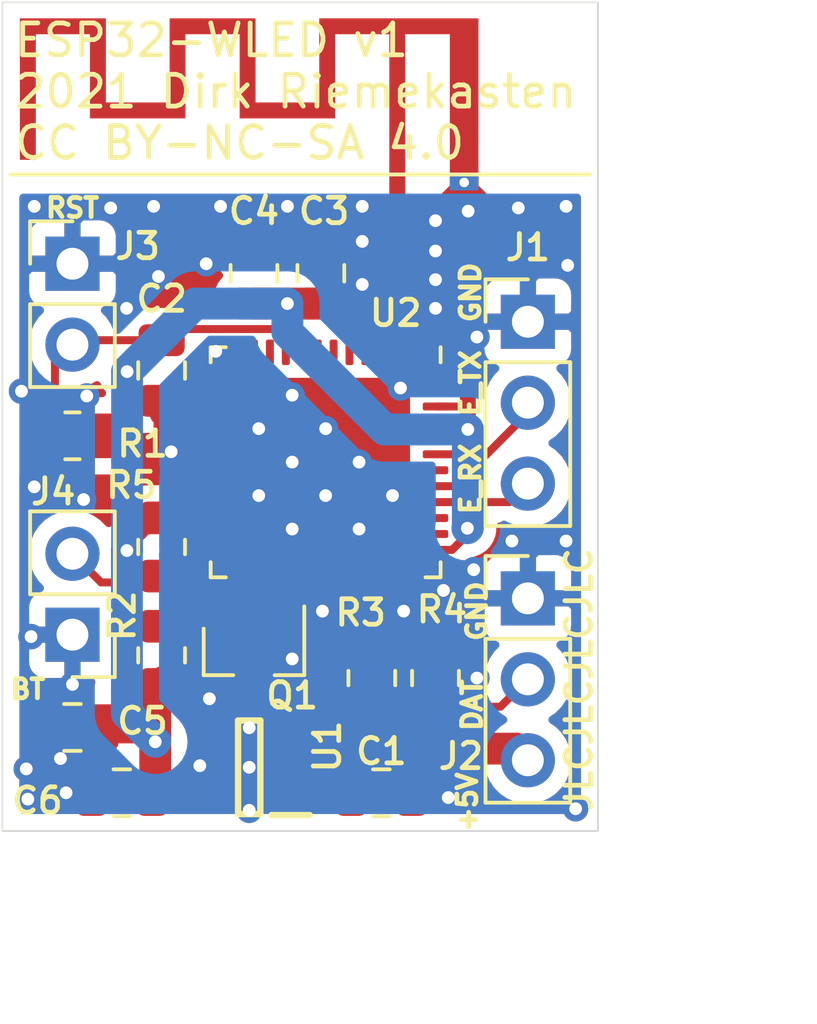
<source format=kicad_pcb>
(kicad_pcb (version 20211014) (generator pcbnew)
  (layers (0 "F.Cu" power) (31 "B.Cu" power) (34 "B.Paste" user) (35 "F.Paste" user) (36 "B.SilkS" user "B.Silkscreen") (37 "F.SilkS" user "F.Silkscreen") (38 "B.Mask" user) (39 "F.Mask" user) (44 "Edge.Cuts" user))
  (net 0 "")
  (net 1 "Net-(AE1-Pad1)")
  (net 2 "GND")
  (net 3 "/RST")
  (net 4 "+3V3")
  (net 5 "+5V")
  (net 6 "/ESP32_TXD")
  (net 7 "/ESP32_RXD")
  (net 8 "/BOOT")
  (net 9 "/LED_DATA")
  (net 10 "Net-(Q1-Pad2)")
  (net 11 "Net-(Q1-Pad3)")
  (footprint "RF_Antenna:Texas_SWRA117D_2.4GHz_Left" (layer "F.Cu") (at 117 50.75)
    (fp_text reference "AE1" hide)
    (fp_text value "Antenna_Shield" hide)
    (fp_poly (pts (xy -2.45 -2.51) (xy -4.45 -2.51) (xy -4.45 -5.15) (xy -7.15 -5.15) (xy -7.15 -2.51) (xy -9.15 -2.51) (xy -9.15 -5.15) (xy -11.85 -5.15) (xy -11.85 -0.71) (xy -11.35 -0.71) (xy -11.35 -4.65) (xy -9.65 -4.65) (xy -9.65 -2.01) (xy -6.65 -2.01) (xy -6.65 -4.65) (xy -4.95 -4.65) (xy -4.95 -2.01) (xy -1.95 -2.01) (xy -1.95 -4.65) (xy -0.25 -4.65) (xy -0.25 0.25) (xy 0.25 0.25) (xy 0.25 -4.65) (xy 1.65 -4.65) (xy 1.65 0.25) (xy 2.55 0.25) (xy 2.55 0.006785) (xy 2.247583 0.006785) (xy 2.237742 0.054395) (xy 2.213674 0.096797) (xy 2.175731 0.129581) (xy 2.167819 0.133935) (xy 2.125156 0.146043) (xy 2.076637 0.1453) (xy 2.031122 0.1324) (xy 2.012511 0.121787) (xy 1.978868 0.086553) (xy 1.958309 0.041368) (xy 1.951778 -0.008158) (xy 1.960218 -0.056417) (xy 1.977112 -0.088643) (xy 2.012372 -0.121313) (xy 2.057682 -0.141408) (xy 2.107267 -0.147982) (xy 2.155353 -0.140092) (xy 2.188245 -0.123186) (xy 2.223185 -0.086416) (xy 2.242847 -0.041622) (xy 2.247583 0.006785) (xy 2.55 0.006785) (xy 2.55 -5.15) (xy -2.45 -5.15) (xy -2.45 -2.51)) (layer "F.Cu") (width 0) (fill solid))
    (pad "1" connect rect locked (at 0 0) (size 0.5 0.5) (layers "F.Cu") (net 1 "Net-(AE1-Pad1)"))
    (pad "2" thru_hole rect locked (at 2.1 0) (size 0.9 0.5) (drill 0.3) (layers *.Cu) (net 2 "GND"))
  )
  (footprint "Capacitor_SMD:C_0805_2012Metric" (layer "F.Cu") (at 108.35 69.9 180)
    (fp_text reference "C6" (at 2.65 -0.25) (layer "F.SilkS") (effects (font (size 0.8 0.8))))
    (fp_text value "10µ" hide)
    (fp_line (start -0.261252 -0.735) (end 0.261252 -0.735) (layer "F.SilkS") (width 0.12))
    (fp_line (start -0.261252 0.735) (end 0.261252 0.735) (layer "F.SilkS") (width 0.12))
    (pad "1" smd roundrect locked (at -0.95 0 180) (size 1 1.45) (layers "F.Cu" "F.Paste" "F.Mask") (net 4 "+3V3"))
    (pad "2" smd roundrect locked (at 0.95 0 180) (size 1 1.45) (layers "F.Cu" "F.Paste" "F.Mask") (net 2 "GND"))
  )
  (footprint "Resistor_SMD:R_0805_2012Metric" (layer "F.Cu") (at 109.6 62.1875 -90)
    (fp_text reference "R5" (at -1.9375 0.95 180) (layer "F.SilkS") (effects (font (size 0.8 0.8))))
    (fp_text value "4k7" hide)
    (fp_line (start -0.227064 -0.735) (end 0.227064 -0.735) (layer "F.SilkS") (width 0.12))
    (fp_line (start -0.227064 0.735) (end 0.227064 0.735) (layer "F.SilkS") (width 0.12))
    (pad "1" smd roundrect locked (at -0.9125 0 270) (size 1.025 1.4) (layers "F.Cu" "F.Paste" "F.Mask") (roundrect_rratio 0.2439004878) (net 4 "+3V3"))
    (pad "2" smd roundrect locked (at 0.9125 0 270) (size 1.025 1.4) (layers "F.Cu" "F.Paste" "F.Mask") (roundrect_rratio 0.2439004878) (net 8 "/BOOT"))
  )
  (footprint "Package_DFN_QFN:QFN-48-1EP_7x7mm_P0.5mm_EP5.3x5.3mm" (layer "F.Cu") (at 114.75 59.53 -90)
    (fp_text reference "U2" (at -4.68 -2.2 180) (layer "F.SilkS") (effects (font (size 0.8 0.8))))
    (fp_text value "ESP32-PICO-D4" hide)
    (fp_line (start -3.61 3.61) (end -3.61 3.135) (layer "F.SilkS") (width 0.12))
    (fp_line (start -3.135 3.61) (end -3.61 3.61) (layer "F.SilkS") (width 0.12))
    (fp_line (start -3.135 -3.61) (end -3.61 -3.61) (layer "F.SilkS") (width 0.12))
    (fp_line (start 3.135 3.61) (end 3.61 3.61) (layer "F.SilkS") (width 0.12))
    (fp_line (start 3.61 3.61) (end 3.61 3.135) (layer "F.SilkS") (width 0.12))
    (fp_line (start 3.61 -3.61) (end 3.61 -3.135) (layer "F.SilkS") (width 0.12))
    (fp_line (start 3.135 -3.61) (end 3.61 -3.61) (layer "F.SilkS") (width 0.12))
    (pad "1" smd roundrect locked (at -3.45 -2.75 270) (size 0.8 0.25) (layers "F.Cu" "F.Paste" "F.Mask") (net 4 "+3V3"))
    (pad "2" smd roundrect locked (at -3.45 -2.25 270) (size 0.8 0.25) (layers "F.Cu" "F.Paste" "F.Mask") (net 1 "Net-(AE1-Pad1)"))
    (pad "3" smd roundrect locked (at -3.45 -1.75 270) (size 0.8 0.25) (layers "F.Cu" "F.Paste" "F.Mask") (net 4 "+3V3"))
    (pad "4" smd roundrect locked (at -3.45 -1.25 270) (size 0.8 0.25) (layers "F.Cu" "F.Paste" "F.Mask") (net 4 "+3V3"))
    (pad "5" smd roundrect locked (at -3.45 -0.75 270) (size 0.8 0.25) (layers "F.Cu" "F.Paste" "F.Mask"))
    (pad "6" smd roundrect locked (at -3.45 -0.25 270) (size 0.8 0.25) (layers "F.Cu" "F.Paste" "F.Mask"))
    (pad "7" smd roundrect locked (at -3.45 0.25 270) (size 0.8 0.25) (layers "F.Cu" "F.Paste" "F.Mask"))
    (pad "8" smd roundrect locked (at -3.45 0.75 270) (size 0.8 0.25) (layers "F.Cu" "F.Paste" "F.Mask"))
    (pad "9" smd roundrect locked (at -3.45 1.25 270) (size 0.8 0.25) (layers "F.Cu" "F.Paste" "F.Mask") (net 3 "/RST"))
    (pad "10" smd roundrect locked (at -3.45 1.75 270) (size 0.8 0.25) (layers "F.Cu" "F.Paste" "F.Mask"))
    (pad "11" smd roundrect locked (at -3.45 2.25 270) (size 0.8 0.25) (layers "F.Cu" "F.Paste" "F.Mask"))
    (pad "12" smd roundrect locked (at -3.45 2.75 270) (size 0.8 0.25) (layers "F.Cu" "F.Paste" "F.Mask"))
    (pad "13" smd roundrect locked (at -2.75 3.45 270) (size 0.25 0.8) (layers "F.Cu" "F.Paste" "F.Mask"))
    (pad "14" smd roundrect locked (at -2.25 3.45 270) (size 0.25 0.8) (layers "F.Cu" "F.Paste" "F.Mask"))
    (pad "15" smd roundrect locked (at -1.75 3.45 270) (size 0.25 0.8) (layers "F.Cu" "F.Paste" "F.Mask"))
    (pad "16" smd roundrect locked (at -1.25 3.45 270) (size 0.25 0.8) (layers "F.Cu" "F.Paste" "F.Mask"))
    (pad "17" smd roundrect locked (at -0.75 3.45 270) (size 0.25 0.8) (layers "F.Cu" "F.Paste" "F.Mask"))
    (pad "18" smd roundrect locked (at -0.25 3.45 270) (size 0.25 0.8) (layers "F.Cu" "F.Paste" "F.Mask"))
    (pad "19" smd roundrect locked (at 0.25 3.45 270) (size 0.25 0.8) (layers "F.Cu" "F.Paste" "F.Mask") (net 4 "+3V3"))
    (pad "20" smd roundrect locked (at 0.75 3.45 270) (size 0.25 0.8) (layers "F.Cu" "F.Paste" "F.Mask"))
    (pad "21" smd roundrect locked (at 1.25 3.45 270) (size 0.25 0.8) (layers "F.Cu" "F.Paste" "F.Mask"))
    (pad "22" smd roundrect locked (at 1.75 3.45 270) (size 0.25 0.8) (layers "F.Cu" "F.Paste" "F.Mask"))
    (pad "23" smd roundrect locked (at 2.25 3.45 270) (size 0.25 0.8) (layers "F.Cu" "F.Paste" "F.Mask") (net 8 "/BOOT"))
    (pad "24" smd roundrect locked (at 2.75 3.45 270) (size 0.25 0.8) (layers "F.Cu" "F.Paste" "F.Mask") (net 10 "Net-(Q1-Pad2)"))
    (pad "25" smd roundrect locked (at 3.45 2.75 270) (size 0.8 0.25) (layers "F.Cu" "F.Paste" "F.Mask"))
    (pad "26" smd roundrect locked (at 3.45 2.25 270) (size 0.8 0.25) (layers "F.Cu" "F.Paste" "F.Mask"))
    (pad "27" smd roundrect locked (at 3.45 1.75 270) (size 0.8 0.25) (layers "F.Cu" "F.Paste" "F.Mask"))
    (pad "28" smd roundrect locked (at 3.45 1.25 270) (size 0.8 0.25) (layers "F.Cu" "F.Paste" "F.Mask"))
    (pad "29" smd roundrect locked (at 3.45 0.75 270) (size 0.8 0.25) (layers "F.Cu" "F.Paste" "F.Mask"))
    (pad "30" smd roundrect locked (at 3.45 0.25 270) (size 0.8 0.25) (layers "F.Cu" "F.Paste" "F.Mask"))
    (pad "31" smd roundrect locked (at 3.45 -0.25 270) (size 0.8 0.25) (layers "F.Cu" "F.Paste" "F.Mask"))
    (pad "32" smd roundrect locked (at 3.45 -0.75 270) (size 0.8 0.25) (layers "F.Cu" "F.Paste" "F.Mask"))
    (pad "33" smd roundrect locked (at 3.45 -1.25 270) (size 0.8 0.25) (layers "F.Cu" "F.Paste" "F.Mask"))
    (pad "34" smd roundrect locked (at 3.45 -1.75 270) (size 0.8 0.25) (layers "F.Cu" "F.Paste" "F.Mask"))
    (pad "35" smd roundrect locked (at 3.45 -2.25 270) (size 0.8 0.25) (layers "F.Cu" "F.Paste" "F.Mask"))
    (pad "36" smd roundrect locked (at 3.45 -2.75 270) (size 0.8 0.25) (layers "F.Cu" "F.Paste" "F.Mask"))
    (pad "37" smd roundrect locked (at 2.75 -3.45 270) (size 0.25 0.8) (layers "F.Cu" "F.Paste" "F.Mask") (net 4 "+3V3"))
    (pad "38" smd roundrect locked (at 2.25 -3.45 270) (size 0.25 0.8) (layers "F.Cu" "F.Paste" "F.Mask"))
    (pad "39" smd roundrect locked (at 1.75 -3.45 270) (size 0.25 0.8) (layers "F.Cu" "F.Paste" "F.Mask"))
    (pad "40" smd roundrect locked (at 1.25 -3.45 270) (size 0.25 0.8) (layers "F.Cu" "F.Paste" "F.Mask") (net 7 "/ESP32_RXD"))
    (pad "41" smd roundrect locked (at 0.75 -3.45 270) (size 0.25 0.8) (layers "F.Cu" "F.Paste" "F.Mask") (net 6 "/ESP32_TXD"))
    (pad "42" smd roundrect locked (at 0.25 -3.45 270) (size 0.25 0.8) (layers "F.Cu" "F.Paste" "F.Mask"))
    (pad "43" smd roundrect locked (at -0.25 -3.45 270) (size 0.25 0.8) (layers "F.Cu" "F.Paste" "F.Mask") (net 4 "+3V3"))
    (pad "44" smd roundrect locked (at -0.75 -3.45 270) (size 0.25 0.8) (layers "F.Cu" "F.Paste" "F.Mask"))
    (pad "45" smd roundrect locked (at -1.25 -3.45 270) (size 0.25 0.8) (layers "F.Cu" "F.Paste" "F.Mask"))
    (pad "46" smd roundrect locked (at -1.75 -3.45 270) (size 0.25 0.8) (layers "F.Cu" "F.Paste" "F.Mask") (net 4 "+3V3"))
    (pad "47" smd roundrect locked (at -2.25 -3.45 270) (size 0.25 0.8) (layers "F.Cu" "F.Paste" "F.Mask"))
    (pad "48" smd roundrect locked (at -2.75 -3.45 270) (size 0.25 0.8) (layers "F.Cu" "F.Paste" "F.Mask"))
    (pad "49" smd rect locked (at 0 0 270) (size 5.3 5.3) (layers "F.Cu" "F.Mask") (net 2 "GND"))
  )
  (footprint "Resistor_SMD:R_0805_2012Metric" (layer "F.Cu") (at 109.6 65.5875 90)
    (fp_text reference "R2" (at 1.2375 -1.25 90) (layer "F.SilkS") (effects (font (size 0.8 0.8))))
    (fp_text value "4k7" hide)
    (fp_line (start -0.227064 -0.735) (end 0.227064 -0.735) (layer "F.SilkS") (width 0.12))
    (fp_line (start -0.227064 0.735) (end 0.227064 0.735) (layer "F.SilkS") (width 0.12))
    (pad "1" smd roundrect locked (at -0.9125 0 90) (size 1.025 1.4) (layers "F.Cu" "F.Paste" "F.Mask") (roundrect_rratio 0.2439004878) (net 4 "+3V3"))
    (pad "2" smd roundrect locked (at 0.9125 0 90) (size 1.025 1.4) (layers "F.Cu" "F.Paste" "F.Mask") (roundrect_rratio 0.2439004878) (net 10 "Net-(Q1-Pad2)"))
  )
  (footprint "Connector_PinHeader_2.54mm:PinHeader_1x02_P2.54mm_Vertical" (layer "F.Cu") (at 106.8 53.3)
    (fp_text reference "J3" (at 2.05 -0.55) (layer "F.SilkS") (effects (font (size 0.8 0.8))))
    (fp_text value "SW_Push" hide)
    (fp_line (start -1.33 3.87) (end 1.33 3.87) (layer "F.SilkS") (width 0.12))
    (fp_line (start -1.33 1.27) (end -1.33 3.87) (layer "F.SilkS") (width 0.12))
    (fp_line (start -1.33 1.27) (end 1.33 1.27) (layer "F.SilkS") (width 0.12))
    (fp_line (start -1.33 -1.33) (end 0 -1.33) (layer "F.SilkS") (width 0.12))
    (fp_line (start -1.33 0) (end -1.33 -1.33) (layer "F.SilkS") (width 0.12))
    (fp_line (start 1.33 1.27) (end 1.33 3.87) (layer "F.SilkS") (width 0.12))
    (pad "1" thru_hole rect locked (at 0 0) (size 1.7 1.7) (drill 1) (layers *.Cu *.Mask) (net 2 "GND"))
    (pad "2" thru_hole oval locked (at 0 2.54) (size 1.7 1.7) (drill 1) (layers *.Cu *.Mask) (net 3 "/RST"))
  )
  (footprint "Capacitor_SMD:C_0805_2012Metric" (layer "F.Cu") (at 106.8 67.85 180)
    (fp_text reference "C5" (at -2.2 0.2) (layer "F.SilkS") (effects (font (size 0.8 0.8))))
    (fp_text value "1µ" hide)
    (fp_line (start -0.261252 -0.735) (end 0.261252 -0.735) (layer "F.SilkS") (width 0.12))
    (fp_line (start -0.261252 0.735) (end 0.261252 0.735) (layer "F.SilkS") (width 0.12))
    (pad "1" smd roundrect locked (at -0.95 0 180) (size 1 1.45) (layers "F.Cu" "F.Paste" "F.Mask") (net 4 "+3V3"))
    (pad "2" smd roundrect locked (at 0.95 0 180) (size 1 1.45) (layers "F.Cu" "F.Paste" "F.Mask") (net 2 "GND"))
  )
  (footprint "Capacitor_SMD:C_0805_2012Metric" (layer "F.Cu") (at 114.6 53.6 90)
    (fp_text reference "C3" (at 1.95 0.1) (layer "F.SilkS") (effects (font (size 0.8 0.8))))
    (fp_text value "10µ" hide)
    (fp_line (start -0.261252 -0.735) (end 0.261252 -0.735) (layer "F.SilkS") (width 0.12))
    (fp_line (start -0.261252 0.735) (end 0.261252 0.735) (layer "F.SilkS") (width 0.12))
    (pad "1" smd roundrect locked (at -0.95 0 90) (size 1 1.45) (layers "F.Cu" "F.Paste" "F.Mask") (net 4 "+3V3"))
    (pad "2" smd roundrect locked (at 0.95 0 90) (size 1 1.45) (layers "F.Cu" "F.Paste" "F.Mask") (net 2 "GND"))
  )
  (footprint "footprints:SOT95P282X145-5N" (layer "F.Cu") (at 112.35 69.1 180)
    (fp_text reference "U1" (at -2.45 0.65 270) (layer "F.SilkS") (effects (font (size 0.8 0.8))))
    (fp_text value "ME6211C33M5G" hide)
    (fp_line (start 0.35 -1.468) (end 0.35 1.468) (layer "F.SilkS") (width 0.2))
    (fp_line (start 0.35 1.468) (end -0.35 1.468) (layer "F.SilkS") (width 0.2))
    (fp_line (start -0.35 1.468) (end -0.35 -1.468) (layer "F.SilkS") (width 0.2))
    (fp_line (start -1.9 -1.5) (end -0.7 -1.5) (layer "F.SilkS") (width 0.2))
    (fp_line (start -0.35 -1.468) (end 0.35 -1.468) (layer "F.SilkS") (width 0.2))
    (pad "1" smd rect locked (at -1.3 -0.95 270) (size 0.6 1.2) (layers "F.Cu" "F.Paste" "F.Mask") (net 5 "+5V"))
    (pad "2" smd rect locked (at -1.3 0 270) (size 0.6 1.2) (layers "F.Cu" "F.Paste" "F.Mask") (net 2 "GND"))
    (pad "3" smd rect locked (at -1.3 0.95 270) (size 0.6 1.2) (layers "F.Cu" "F.Paste" "F.Mask") (net 5 "+5V"))
    (pad "4" smd rect locked (at 1.3 0.95 270) (size 0.6 1.2) (layers "F.Cu" "F.Paste" "F.Mask"))
    (pad "5" smd rect locked (at 1.3 -0.95 270) (size 0.6 1.2) (layers "F.Cu" "F.Paste" "F.Mask") (net 4 "+3V3"))
  )
  (footprint "Resistor_SMD:R_0805_2012Metric" (layer "F.Cu") (at 106.8 58.7 180)
    (fp_text reference "R1" (at -2.2 -0.25 180) (layer "F.SilkS") (effects (font (size 0.8 0.8))))
    (fp_text value "4k7" hide)
    (fp_line (start -0.227064 -0.735) (end 0.227064 -0.735) (layer "F.SilkS") (width 0.12))
    (fp_line (start -0.227064 0.735) (end 0.227064 0.735) (layer "F.SilkS") (width 0.12))
    (pad "1" smd roundrect locked (at -0.9125 0 180) (size 1.025 1.4) (layers "F.Cu" "F.Paste" "F.Mask") (roundrect_rratio 0.2439004878) (net 4 "+3V3"))
    (pad "2" smd roundrect locked (at 0.9125 0 180) (size 1.025 1.4) (layers "F.Cu" "F.Paste" "F.Mask") (roundrect_rratio 0.2439004878) (net 3 "/RST"))
  )
  (footprint "Connector_PinHeader_2.54mm:PinHeader_1x02_P2.54mm_Vertical" (layer "F.Cu") (at 106.8 64.94 180)
    (fp_text reference "J4" (at 0.6 4.49) (layer "F.SilkS") (effects (font (size 0.8 0.8))))
    (fp_text value "SW_Push" hide)
    (fp_line (start 1.33 1.27) (end 1.33 3.87) (layer "F.SilkS") (width 0.12))
    (fp_line (start -1.33 1.27) (end -1.33 3.87) (layer "F.SilkS") (width 0.12))
    (fp_line (start -1.33 1.27) (end 1.33 1.27) (layer "F.SilkS") (width 0.12))
    (fp_line (start -1.33 0) (end -1.33 -1.33) (layer "F.SilkS") (width 0.12))
    (fp_line (start -1.33 -1.33) (end 0 -1.33) (layer "F.SilkS") (width 0.12))
    (fp_line (start -1.33 3.87) (end 1.33 3.87) (layer "F.SilkS") (width 0.12))
    (pad "1" thru_hole rect locked (at 0 0 180) (size 1.7 1.7) (drill 1) (layers *.Cu *.Mask) (net 2 "GND"))
    (pad "2" thru_hole oval locked (at 0 2.54 180) (size 1.7 1.7) (drill 1) (layers *.Cu *.Mask) (net 8 "/BOOT"))
  )
  (footprint "Resistor_SMD:R_0805_2012Metric" (layer "F.Cu") (at 116.2 66.3 90)
    (fp_text reference "R3" (at 2.05 -0.35 180) (layer "F.SilkS") (effects (font (size 0.8 0.8))))
    (fp_text value "4k7" hide)
    (fp_line (start -0.227064 -0.735) (end 0.227064 -0.735) (layer "F.SilkS") (width 0.12))
    (fp_line (start -0.227064 0.735) (end 0.227064 0.735) (layer "F.SilkS") (width 0.12))
    (pad "1" smd roundrect locked (at -0.9125 0 90) (size 1.025 1.4) (layers "F.Cu" "F.Paste" "F.Mask") (roundrect_rratio 0.2439004878) (net 5 "+5V"))
    (pad "2" smd roundrect locked (at 0.9125 0 90) (size 1.025 1.4) (layers "F.Cu" "F.Paste" "F.Mask") (roundrect_rratio 0.2439004878) (net 11 "Net-(Q1-Pad3)"))
  )
  (footprint "Capacitor_SMD:C_0805_2012Metric" (layer "F.Cu") (at 116.5 69.9)
    (fp_text reference "C1" (at 0 -1.3) (layer "F.SilkS") (effects (font (size 0.8 0.8))))
    (fp_text value "1µ" hide)
    (fp_line (start -0.261252 0.735) (end 0.261252 0.735) (layer "F.SilkS") (width 0.12))
    (fp_line (start -0.261252 -0.735) (end 0.261252 -0.735) (layer "F.SilkS") (width 0.12))
    (pad "1" smd roundrect locked (at -0.95 0) (size 1 1.45) (layers "F.Cu" "F.Paste" "F.Mask") (net 5 "+5V"))
    (pad "2" smd roundrect locked (at 0.95 0) (size 1 1.45) (layers "F.Cu" "F.Paste" "F.Mask") (net 2 "GND"))
  )
  (footprint "Package_TO_SOT_SMD:SOT-23" (layer "F.Cu") (at 112.5 65.45 -90)
    (fp_text reference "Q1" (at 1.4 -1.2) (layer "F.SilkS") (effects (font (size 0.8 0.8))))
    (fp_text value "BS170F" hide)
    (fp_line (start 0.76 1.58) (end -0.7 1.58) (layer "F.SilkS") (width 0.12))
    (fp_line (start 0.76 1.58) (end 0.76 0.65) (layer "F.SilkS") (width 0.12))
    (fp_line (start 0.76 -1.58) (end 0.76 -0.65) (layer "F.SilkS") (width 0.12))
    (fp_line (start 0.76 -1.58) (end -1.4 -1.58) (layer "F.SilkS") (width 0.12))
    (pad "1" smd rect locked (at -1 -0.95 270) (size 0.9 0.8) (layers "F.Cu" "F.Paste" "F.Mask") (net 4 "+3V3"))
    (pad "2" smd rect locked (at -1 0.95 270) (size 0.9 0.8) (layers "F.Cu" "F.Paste" "F.Mask") (net 10 "Net-(Q1-Pad2)"))
    (pad "3" smd rect locked (at 1 0 270) (size 0.9 0.8) (layers "F.Cu" "F.Paste" "F.Mask") (net 11 "Net-(Q1-Pad3)"))
  )
  (footprint "Resistor_SMD:R_0805_2012Metric" (layer "F.Cu") (at 118.2 66.3 90)
    (fp_text reference "R4" (at 2.15 0.2 180) (layer "F.SilkS") (effects (font (size 0.8 0.8))))
    (fp_text value "10R" hide)
    (fp_line (start -0.227064 -0.735) (end 0.227064 -0.735) (layer "F.SilkS") (width 0.12))
    (fp_line (start -0.227064 0.735) (end 0.227064 0.735) (layer "F.SilkS") (width 0.12))
    (pad "1" smd roundrect locked (at -0.9125 0 90) (size 1.025 1.4) (layers "F.Cu" "F.Paste" "F.Mask") (roundrect_rratio 0.2439014634) (net 9 "/LED_DATA"))
    (pad "2" smd roundrect locked (at 0.9125 0 90) (size 1.025 1.4) (layers "F.Cu" "F.Paste" "F.Mask") (roundrect_rratio 0.2439014634) (net 11 "Net-(Q1-Pad3)"))
  )
  (footprint "Capacitor_SMD:C_0805_2012Metric" (layer "F.Cu") (at 109.6 56.65 -90)
    (fp_text reference "C2" (at -2.25 0) (layer "F.SilkS") (effects (font (size 0.8 0.8))))
    (fp_text value "100n" hide)
    (fp_line (start -0.261252 -0.735) (end 0.261252 -0.735) (layer "F.SilkS") (width 0.12))
    (fp_line (start -0.261252 0.735) (end 0.261252 0.735) (layer "F.SilkS") (width 0.12))
    (pad "1" smd roundrect locked (at -0.95 0 270) (size 1 1.45) (layers "F.Cu" "F.Paste" "F.Mask") (net 3 "/RST"))
    (pad "2" smd roundrect locked (at 0.95 0 270) (size 1 1.45) (layers "F.Cu" "F.Paste" "F.Mask") (net 2 "GND"))
  )
  (footprint "Connector_PinHeader_2.54mm:PinHeader_1x03_P2.54mm_Vertical" (layer "F.Cu") (at 121.1 63.8)
    (fp_text reference "J2" (at -2.1 4.95 180) (layer "F.SilkS") (effects (font (size 0.8 0.8))))
    (fp_text value "Conn_01x03_Male" hide)
    (fp_line (start -1.33 1.27) (end -1.33 6.41) (layer "F.SilkS") (width 0.12))
    (fp_line (start -1.33 1.27) (end 1.33 1.27) (layer "F.SilkS") (width 0.12))
    (fp_line (start -1.33 6.41) (end 1.33 6.41) (layer "F.SilkS") (width 0.12))
    (fp_line (start -1.33 0) (end -1.33 -1.33) (layer "F.SilkS") (width 0.12))
    (fp_line (start -1.33 -1.33) (end 0 -1.33) (layer "F.SilkS") (width 0.12))
    (fp_line (start 1.33 1.27) (end 1.33 6.41) (layer "F.SilkS") (width 0.12))
    (pad "1" thru_hole rect locked (at 0 0) (size 1.7 1.7) (drill 1) (layers *.Cu *.Mask) (net 2 "GND"))
    (pad "2" thru_hole oval locked (at 0 2.54) (size 1.7 1.7) (drill 1) (layers *.Cu *.Mask) (net 9 "/LED_DATA"))
    (pad "3" thru_hole oval locked (at 0 5.08) (size 1.7 1.7) (drill 1) (layers *.Cu *.Mask) (net 5 "+5V"))
  )
  (footprint "Capacitor_SMD:C_0805_2012Metric" (layer "F.Cu") (at 112.5 53.6 90)
    (fp_text reference "C4" (at 1.95 0) (layer "F.SilkS") (effects (font (size 0.8 0.8))))
    (fp_text value "100n" hide)
    (fp_line (start -0.261252 -0.735) (end 0.261252 -0.735) (layer "F.SilkS") (width 0.12))
    (fp_line (start -0.261252 0.735) (end 0.261252 0.735) (layer "F.SilkS") (width 0.12))
    (pad "1" smd roundrect locked (at -0.95 0 90) (size 1 1.45) (layers "F.Cu" "F.Paste" "F.Mask") (net 4 "+3V3"))
    (pad "2" smd roundrect locked (at 0.95 0 90) (size 1 1.45) (layers "F.Cu" "F.Paste" "F.Mask") (net 2 "GND"))
  )
  (footprint "Connector_PinHeader_2.54mm:PinHeader_1x03_P2.54mm_Vertical" (layer "F.Cu") (at 121.1 55.12)
    (fp_text reference "J1" (at 0 -2.33) (layer "F.SilkS") (effects (font (size 0.8 0.8))))
    (fp_text value "Conn_01x03_Male" hide)
    (fp_line (start -1.33 -1.33) (end 0 -1.33) (layer "F.SilkS") (width 0.12))
    (fp_line (start 1.33 1.27) (end 1.33 6.41) (layer "F.SilkS") (width 0.12))
    (fp_line (start -1.33 6.41) (end 1.33 6.41) (layer "F.SilkS") (width 0.12))
    (fp_line (start -1.33 0) (end -1.33 -1.33) (layer "F.SilkS") (width 0.12))
    (fp_line (start -1.33 1.27) (end 1.33 1.27) (layer "F.SilkS") (width 0.12))
    (fp_line (start -1.33 1.27) (end -1.33 6.41) (layer "F.SilkS") (width 0.12))
    (pad "1" thru_hole rect locked (at 0 0) (size 1.7 1.7) (drill 1) (layers *.Cu *.Mask) (net 2 "GND"))
    (pad "2" thru_hole oval locked (at 0 2.54) (size 1.7 1.7) (drill 1) (layers *.Cu *.Mask) (net 6 "/ESP32_TXD"))
    (pad "3" thru_hole oval locked (at 0 5.08) (size 1.7 1.7) (drill 1) (layers *.Cu *.Mask) (net 7 "/ESP32_RXD"))
  )
  (gr_line (start 104.85 50.5) (end 123.05 50.5) (layer "F.SilkS") (width 0.12))
  (gr_line (start 104.6 71.1) (end 104.6 45.1) (layer "Edge.Cuts") (width 0.05))
  (gr_line (start 123.3 71.1) (end 104.6 71.1) (layer "Edge.Cuts") (width 0.05))
  (gr_line (start 123.3 45.1) (end 123.3 71.1) (layer "Edge.Cuts") (width 0.05))
  (gr_line (start 104.6 45.1) (end 123.3 45.1) (layer "Edge.Cuts") (width 0.05))
  (gr_text "BT" (at 105.4 66.65) (layer "F.SilkS") (effects (font (size 0.6 0.6))))
  (gr_text "E_TX" (at 119.3 57.05 90) (layer "F.SilkS") (effects (font (size 0.6 0.6))))
  (gr_text "E_RX" (at 119.3 60.05 90) (layer "F.SilkS") (effects (font (size 0.6 0.6))))
  (gr_text "GND" (at 119.3 54.2 90) (layer "F.SilkS") (effects (font (size 0.6 0.6))))
  (gr_text "GND" (at 119.5 64.2 90) (layer "F.SilkS") (effects (font (size 0.6 0.6))))
  (gr_text "DAT" (at 119.35 67.15 90) (layer "F.SilkS") (effects (font (size 0.6 0.6))))
  (gr_text "+5V" (at 119.2 70.2 90) (layer "F.SilkS") (effects (font (size 0.6 0.6))))
  (gr_text "JLCJLCJLCJLC" (at 122.7 66.35 90) (layer "F.SilkS") (effects (font (size 0.8 0.8))))
  (gr_text "RST" (at 106.8 51.55) (layer "F.SilkS") (effects (font (size 0.6 0.6))))
  (gr_text "ESP32-WLED v1\n2021 Dirk Riemekasten\nCC BY-NC-SA 4.0" (at 104.9 47.9) (layer "F.SilkS") (effects (font (size 1 1)) (justify left)))
  (segment (start 117 55.25) (end 117 56.08) (width 0.375) (layer "F.Cu") (net 1))
  (segment (start 117 50.25) (end 117 55.1) (width 0.5) (layer "F.Cu") (net 1))
  (segment (start 120 51.4) (end 120 51.4) (width 0.5) (layer "F.Cu") (net 2))
  (segment (start 111.44019 66.95) (end 111.099998 66.95) (width 0.5) (layer "F.Cu") (net 2))
  (segment (start 119.25 50.9) (end 119.65 51.3) (width 0.5) (layer "F.Cu") (net 2))
  (segment (start 106.800001 57.899999) (end 107.25 57.45) (width 0.25) (layer "F.Cu") (net 2))
  (segment (start 110.4 54.55) (end 110.1 54.55) (width 0.25) (layer "F.Cu") (net 2))
  (segment (start 112.35 67.85981) (end 111.44019 66.95) (width 0.5) (layer "F.Cu") (net 2))
  (segment (start 115.95 53.75) (end 115.95 51.55) (width 0.75) (layer "F.Cu") (net 2))
  (segment (start 105.85 67.85) (end 106.55 68.55) (width 1) (layer "F.Cu") (net 2))
  (segment (start 106.55 69.3) (end 106.61499 69.23501) (width 1) (layer "F.Cu") (net 2))
  (segment (start 112.3 69.05) (end 112.35 69.1) (width 0.5) (layer "F.Cu") (net 2))
  (segment (start 112.35 69.1) (end 112.35 67.96962) (width 0.75) (layer "F.Cu") (net 2))
  (segment (start 115.95 51.55) (end 115.9 51.5) (width 0.75) (layer "F.Cu") (net 2))
  (segment (start 109.6 57.411768) (end 110.961768 56.05) (width 0.5) (layer "F.Cu") (net 2))
  (segment (start 106.800001 60.300001) (end 106.800001 57.899999) (width 0.25) (layer "F.Cu") (net 2))
  (segment (start 119.25 51.35) (end 120.15 51.35) (width 0.5) (layer "F.Cu") (net 2))
  (segment (start 106.55 68.55) (end 106.55 69.3) (width 1) (layer "F.Cu") (net 2))
  (segment (start 118.6 51.4) (end 119.1 51.4) (width 0.5) (layer "F.Cu") (net 2))
  (segment (start 118.05 51.35) (end 118.65 51.35) (width 0.5) (layer "F.Cu") (net 2))
  (segment (start 119.5 51.15) (end 119.1 51.15) (width 0.5) (layer "F.Cu") (net 2))
  (segment (start 110.8 69.05) (end 112.3 69.05) (width 0.5) (layer "F.Cu") (net 2))
  (segment (start 118.6 51.4) (end 118.6 51.25) (width 0.5) (layer "F.Cu") (net 2))
  (segment (start 109.6 58) (end 109.6 57.8) (width 0.75) (layer "F.Cu") (net 2))
  (segment (start 112.35 69.1) (end 112.35 70.45) (width 0.75) (layer "F.Cu") (net 2))
  (segment (start 107.4 69.4) (end 107.4 69.9) (width 1) (layer "F.Cu") (net 2))
  (segment (start 107.23501 69.23501) (end 107.4 69.4) (width 1) (layer "F.Cu") (net 2))
  (segment (start 106.61499 69.23501) (end 107.23501 69.23501) (width 1) (layer "F.Cu") (net 2))
  (segment (start 107.2 60.7) (end 106.800001 60.300001) (width 0.25) (layer "F.Cu") (net 2))
  (segment (start 109.6 57.6) (end 109.6 57.411768) (width 0.5) (layer "F.Cu") (net 2))
  (segment (start 118.6 51.25) (end 119.1 50.75) (width 0.5) (layer "F.Cu") (net 2))
  (segment (start 110.961768 56.05) (end 111.3 56.05) (width 0.5) (layer "F.Cu") (net 2))
  (segment (start 112.35 69.1) (end 113.65 69.1) (width 0.75) (layer "F.Cu") (net 2))
  (via (at 105.2 57.3) (size 0.8) (drill 0.4) (layers "F.Cu" "B.Cu") (net 2))
  (via (at 112.65 60.575) (size 0.8) (drill 0.4) (layers "F.Cu" "B.Cu") (net 2))
  (via (at 109.35 51.5) (size 0.8) (drill 0.4) (layers "F.Cu" "B.Cu") (net 2))
  (via (at 106.8 66.5) (size 0.8) (drill 0.4) (layers "F.Cu" "B.Cu") (net 2))
  (via (at 111.45 51.5) (size 0.8) (drill 0.4) (layers "F.Cu" "B.Cu") (net 2))
  (via (at 105.5 65) (size 0.8) (drill 0.4) (layers "F.Cu" "B.Cu") (net 2))
  (via (at 114.75 60.575) (size 0.8) (drill 0.4) (layers "F.Cu" "B.Cu") (net 2))
  (via (at 115.9 51.5) (size 0.8) (drill 0.4) (layers "F.Cu" "B.Cu") (net 2))
  (via (at 111.3 56.05) (size 0.8) (drill 0.4) (layers "F.Cu" "B.Cu") (net 2))
  (via (at 115.8 61.625) (size 0.8) (drill 0.4) (layers "F.Cu" "B.Cu") (net 2))
  (via (at 113.7 65.7) (size 0.8) (drill 0.4) (layers "F.Cu" "B.Cu") (net 2))
  (via (at 113.7 59.525) (size 0.8) (drill 0.4) (layers "F.Cu" "B.Cu") (net 2))
  (via (at 119.4 62.9) (size 0.8) (drill 0.4) (layers "F.Cu" "B.Cu") (net 2))
  (via (at 113.55 51.5) (size 0.8) (drill 0.4) (layers "F.Cu" "B.Cu") (net 2))
  (via (at 118.2 51.95) (size 0.8) (drill 0.4) (layers "F.Cu" "B.Cu") (net 2))
  (via (at 112.65 58.475) (size 0.8) (drill 0.4) (layers "F.Cu" "B.Cu") (net 2))
  (via (at 115.9 53.95) (size 0.8) (drill 0.4) (layers "F.Cu" "B.Cu") (net 2))
  (via (at 105.35 69.15) (size 0.8) (drill 0.4) (layers "F.Cu" "B.Cu") (net 2))
  (via (at 108 51.55) (size 0.8) (drill 0.4) (layers "F.Cu" "B.Cu") (net 2))
  (via (at 120.8 51.55) (size 0.8) (drill 0.4) (layers "F.Cu" "B.Cu") (net 2))
  (via (at 114.75 58.475) (size 0.8) (drill 0.4) (layers "F.Cu" "B.Cu") (net 2))
  (via (at 122.6 70.4) (size 0.8) (drill 0.4) (layers "F.Cu" "B.Cu") (net 2))
  (via (at 105.6 51.5) (size 0.8) (drill 0.4) (layers "F.Cu" "B.Cu") (net 2))
  (via (at 112.35 70.45) (size 0.8) (drill 0.4) (layers "F.Cu" "B.Cu") (net 2))
  (via (at 109.9 59.2) (size 0.8) (drill 0.4) (layers "F.Cu" "B.Cu") (net 2))
  (via (at 112.35 67.85981) (size 0.8) (drill 0.4) (layers "F.Cu" "B.Cu") (net 2))
  (via (at 120.6 62) (size 0.8) (drill 0.4) (layers "F.Cu" "B.Cu") (net 2))
  (via (at 109.5 53.7) (size 0.8) (drill 0.4) (layers "F.Cu" "B.Cu") (net 2))
  (via (at 113.7 61.625) (size 0.8) (drill 0.4) (layers "F.Cu" "B.Cu") (net 2))
  (via (at 106.425 68.825) (size 0.8) (drill 0.4) (layers "F.Cu" "B.Cu") (net 2))
  (via (at 118.45 63.55) (size 0.8) (drill 0.4) (layers "F.Cu" "B.Cu") (net 2))
  (via (at 107.25 57.45) (size 0.8) (drill 0.4) (layers "F.Cu" "B.Cu") (net 2))
  (via (at 108.5 54.7) (size 0.8) (drill 0.4) (layers "F.Cu" "B.Cu") (net 2))
  (via (at 118.2 54.7) (size 0.8) (drill 0.4) (layers "F.Cu" "B.Cu") (net 2))
  (via (at 119.225 51.65) (size 0.8) (drill 0.4) (layers "F.Cu" "B.Cu") (net 2))
  (via (at 119.5 66.3) (size 0.8) (drill 0.4) (layers "F.Cu" "B.Cu") (net 2))
  (via (at 117.2 64.2) (size 0.8) (drill 0.4) (layers "F.Cu" "B.Cu") (net 2))
  (via (at 115.9 52.6) (size 0.8) (drill 0.4) (layers "F.Cu" "B.Cu") (net 2))
  (via (at 122.3 62) (size 0.8) (drill 0.4) (layers "F.Cu" "B.Cu") (net 2))
  (via (at 106.6 69.9) (size 0.8) (drill 0.4) (layers "F.Cu" "B.Cu") (net 2))
  (via (at 118.2 53.8) (size 0.8) (drill 0.4) (layers "F.Cu" "B.Cu") (net 2))
  (via (at 112.35 69.1) (size 0.8) (drill 0.4) (layers "F.Cu" "B.Cu") (net 2))
  (via (at 114.65 64.2) (size 0.8) (drill 0.4) (layers "F.Cu" "B.Cu") (net 2))
  (via (at 122.3 51.5) (size 0.8) (drill 0.4) (layers "F.Cu" "B.Cu") (net 2))
  (via (at 111 53.3) (size 0.8) (drill 0.4) (layers "F.Cu" "B.Cu") (net 2))
  (via (at 107.15 60.7) (size 0.8) (drill 0.4) (layers "F.Cu" "B.Cu") (net 2))
  (via (at 122.35 53.35) (size 0.8) (drill 0.4) (layers "F.Cu" "B.Cu") (net 2))
  (via (at 110.8 69.05) (size 0.8) (drill 0.4) (layers "F.Cu" "B.Cu") (net 2))
  (via (at 105.4 70.1) (size 0.8) (drill 0.4) (layers "F.Cu" "B.Cu") (net 2))
  (via (at 118.6 70.05) (size 0.8) (drill 0.4) (layers "F.Cu" "B.Cu") (net 2))
  (via (at 111.099998 66.95) (size 0.8) (drill 0.4) (layers "F.Cu" "B.Cu") (net 2))
  (via (at 115.8 59.525) (size 0.8) (drill 0.4) (layers "F.Cu" "B.Cu") (net 2))
  (via (at 118.2 52.9) (size 0.8) (drill 0.4) (layers "F.Cu" "B.Cu") (net 2))
  (via (at 105.6 60.3) (size 0.8) (drill 0.4) (layers "F.Cu" "B.Cu") (net 2))
  (via (at 117.1 57.2) (size 0.8) (drill 0.4) (layers "F.Cu" "B.Cu") (net 2))
  (via (at 113.7 57.425) (size 0.8) (drill 0.4) (layers "F.Cu" "B.Cu") (net 2))
  (via (at 116.85 60.575) (size 0.8) (drill 0.4) (layers "F.Cu" "B.Cu") (net 2))
  (via (at 119.5 55.6) (size 0.8) (drill 0.4) (layers "F.Cu" "B.Cu") (net 2))
  (segment (start 106.25 58.3375) (end 106.25 56.39) (width 0.25) (layer "F.Cu") (net 3))
  (segment (start 113.17 55.35) (end 109.95 55.35) (width 0.25) (layer "F.Cu") (net 3))
  (segment (start 109.95 55.35) (end 109.6 55.7) (width 0.25) (layer "F.Cu") (net 3))
  (segment (start 105.8875 58.7) (end 106.25 58.3375) (width 0.25) (layer "F.Cu") (net 3))
  (segment (start 113.5 55.68) (end 113.17 55.35) (width 0.25) (layer "F.Cu") (net 3))
  (segment (start 105.8875 58.7) (end 105.8875 59.1) (width 0.25) (layer "F.Cu") (net 3))
  (segment (start 106.25 56.39) (end 106.8 55.84) (width 0.25) (layer "F.Cu") (net 3))
  (segment (start 109.6 55.7) (end 106.94 55.7) (width 0.25) (layer "F.Cu") (net 3))
  (segment (start 106.94 55.7) (end 106.8 55.84) (width 0.25) (layer "F.Cu") (net 3))
  (segment (start 113.5 56.08) (end 113.5 55.68) (width 0.25) (layer "F.Cu") (net 3))
  (segment (start 118.391454 56.08) (end 118.68 56.08) (width 0.5) (layer "F.Cu") (net 4))
  (segment (start 118.68 56.08) (end 119.21499 56.61499) (width 0.5) (layer "F.Cu") (net 4))
  (segment (start 119.000675 59.28) (end 119.21499 59.065685) (width 0.25) (layer "F.Cu") (net 4))
  (segment (start 109.535001 61.275) (end 108.510001 62.3) (width 0.25) (layer "F.Cu") (net 4))
  (segment (start 118.391454 56.08) (end 117.67 56.08) (width 0.5) (layer "F.Cu") (net 4))
  (segment (start 109.6 66.5) (end 109.9 66.5) (width 0.5) (layer "F.Cu") (net 4))
  (segment (start 119.21499 58.39499) (end 119.21499 58.5) (width 0.5) (layer "F.Cu") (net 4))
  (segment (start 110.9 59.78) (end 109.6 61.08) (width 0.25) (layer "F.Cu") (net 4))
  (segment (start 119.21499 57.81499) (end 119.21499 58.5) (width 0.5) (layer "F.Cu") (net 4))
  (segment (start 107.7125 58.7) (end 108.515631 57.896869) (width 0.25) (layer "F.Cu") (net 4))
  (segment (start 109.4 66.5125) (end 109.4 68.3) (width 1) (layer "F.Cu") (net 4))
  (segment (start 114.6 54.55) (end 115.325 54.55) (width 0.25) (layer "F.Cu") (net 4))
  (segment (start 116.5 55.4) (end 116.325 55.225) (width 0.25) (layer "F.Cu") (net 4))
  (segment (start 115.325 54.55) (end 116 55.225) (width 0.5) (layer "F.Cu") (net 4))
  (segment (start 112.5 54.55) (end 113.55 54.55) (width 1) (layer "F.Cu") (net 4))
  (segment (start 109.55 70.05) (end 109.4 69.9) (width 1) (layer "F.Cu") (net 4))
  (segment (start 119.21499 59.065685) (end 119.21499 58.5) (width 0.25) (layer "F.Cu") (net 4))
  (segment (start 119.18 57.78) (end 119.21499 57.81499) (width 0.25) (layer "F.Cu") (net 4))
  (segment (start 118.2 57.78) (end 119.18 57.78) (width 0.25) (layer "F.Cu") (net 4))
  (segment (start 109.6 61.08) (end 109.6 61.275) (width 0.25) (layer "F.Cu") (net 4))
  (segment (start 116.325 55.225) (end 116 55.225) (width 0.25) (layer "F.Cu") (net 4))
  (segment (start 118.2 62.28) (end 118.72 62.28) (width 0.25) (layer "F.Cu") (net 4))
  (segment (start 118.2 59.28) (end 119.000675 59.28) (width 0.25) (layer "F.Cu") (net 4))
  (segment (start 116.5 56.08) (end 116.5 55.4) (width 0.25) (layer "F.Cu") (net 4))
  (segment (start 109.9 66.5) (end 110.9 65.5) (width 0.5) (layer "F.Cu") (net 4))
  (segment (start 108.95 67.85) (end 107.75 67.85) (width 1) (layer "F.Cu") (net 4))
  (segment (start 119.2 61.8) (end 119.2 61.6) (width 0.25) (layer "F.Cu") (net 4))
  (segment (start 109.6 66.3125) (end 109.4 66.5125) (width 0.75) (layer "F.Cu") (net 4))
  (segment (start 117.5 56.08) (end 117.67 56.08) (width 0.25) (layer "F.Cu") (net 4))
  (segment (start 111.2 70.05) (end 109.55 70.05) (width 0.75) (layer "F.Cu") (net 4))
  (segment (start 119.21499 56.61499) (end 119.21499 57.81499) (width 0.5) (layer "F.Cu") (net 4))
  (segment (start 112.4 65.5) (end 113.45 64.45) (width 0.5) (layer "F.Cu") (net 4))
  (segment (start 108.515631 57.896869) (end 108.515631 56.684369) (width 0.25) (layer "F.Cu") (net 4))
  (segment (start 118.72 62.28) (end 119.2 61.8) (width 0.25) (layer "F.Cu") (net 4))
  (segment (start 109.4 69.9) (end 109.4 68.3) (width 1) (layer "F.Cu") (net 4))
  (segment (start 116 55.225) (end 116 56.08) (width 0.25) (layer "F.Cu") (net 4))
  (segment (start 109.4 68.3) (end 108.95 67.85) (width 1) (layer "F.Cu") (net 4))
  (segment (start 109.6 61.275) (end 109.535001 61.275) (width 0.25) (layer "F.Cu") (net 4))
  (segment (start 111.3 59.78) (end 110.9 59.78) (width 0.25) (layer "F.Cu") (net 4))
  (segment (start 113.55 54.55) (end 114.6 54.55) (width 1) (layer "F.Cu") (net 4))
  (segment (start 110.9 65.5) (end 112.4 65.5) (width 0.5) (layer "F.Cu") (net 4))
  (via (at 119.2 61.6) (size 0.8) (drill 0.4) (layers "F.Cu" "B.Cu") (net 4))
  (via (at 113.55 54.55) (size 0.8) (drill 0.4) (layers "F.Cu" "B.Cu") (net 4))
  (via (at 108.515631 56.684369) (size 0.8) (drill 0.4) (layers "F.Cu" "B.Cu") (net 4))
  (via (at 109.4 68.3) (size 0.8) (drill 0.4) (layers "F.Cu" "B.Cu") (net 4))
  (via (at 119.21499 58.5) (size 0.8) (drill 0.4) (layers "F.Cu" "B.Cu") (net 4))
  (via (at 108.510001 62.3) (size 0.8) (drill 0.4) (layers "F.Cu" "B.Cu") (net 4))
  (segment (start 110.65 54.55) (end 113.55 54.55) (width 1) (layer "B.Cu") (net 4))
  (segment (start 119.21499 58.5) (end 119.21499 61.58501) (width 1) (layer "B.Cu") (net 4))
  (segment (start 108.515631 59.4) (end 108.515631 56.684369) (width 1) (layer "B.Cu") (net 4))
  (segment (start 118.85 61.6) (end 119.2 61.6) (width 0.25) (layer "B.Cu") (net 4))
  (segment (start 108.515631 59.4) (end 108.515631 62.29437) (width 1) (layer "B.Cu") (net 4))
  (segment (start 113.55 55.45) (end 116.6 58.5) (width 1) (layer "B.Cu") (net 4))
  (segment (start 108.515631 62.29437) (end 108.510001 62.3) (width 1) (layer "B.Cu") (net 4))
  (segment (start 116.6 58.5) (end 119.21499 58.5) (width 1) (layer "B.Cu") (net 4))
  (segment (start 108.510001 67.410001) (end 108.510001 62.3) (width 1) (layer "B.Cu") (net 4))
  (segment (start 108.515631 56.684369) (end 110.65 54.55) (width 1) (layer "B.Cu") (net 4))
  (segment (start 108.915631 59.8) (end 108.515631 59.4) (width 0.25) (layer "B.Cu") (net 4))
  (segment (start 119.21499 61.58501) (end 119.2 61.6) (width 1) (layer "B.Cu") (net 4))
  (segment (start 113.55 54.55) (end 113.55 55.45) (width 1) (layer "B.Cu") (net 4))
  (segment (start 109.4 68.3) (end 108.510001 67.410001) (width 1) (layer "B.Cu") (net 4))
  (segment (start 115.4 70.05) (end 115.55 69.9) (width 0.75) (layer "F.Cu") (net 5))
  (segment (start 115.55 69.78805) (end 115.55 69.9) (width 1) (layer "F.Cu") (net 5))
  (segment (start 116.2 67.2125) (end 116.2 67.89193) (width 0.5) (layer "F.Cu") (net 5))
  (segment (start 113.65 68.15) (end 114.55 68.15) (width 0.5) (layer "F.Cu") (net 5))
  (segment (start 117.98501 68.51499) (end 116.82306 68.51499) (width 1) (layer "F.Cu") (net 5))
  (segment (start 116.2 67.89193) (end 116.82306 68.51499) (width 0.5) (layer "F.Cu") (net 5))
  (segment (start 115.55 69.15) (end 115.55 69.9) (width 0.5) (layer "F.Cu") (net 5))
  (segment (start 120.73499 68.51499) (end 117.98501 68.51499) (width 1) (layer "F.Cu") (net 5))
  (segment (start 114.55 68.15) (end 115.55 69.15) (width 0.5) (layer "F.Cu") (net 5))
  (segment (start 121.1 68.88) (end 120.73499 68.51499) (width 1) (layer "F.Cu") (net 5))
  (segment (start 115.6125 70.0125) (end 115.8 70.0125) (width 0.25) (layer "F.Cu") (net 5))
  (segment (start 116.82306 68.51499) (end 115.55 69.78805) (width 1) (layer "F.Cu") (net 5))
  (segment (start 114.95 70.05) (end 115.4 70.05) (width 0.75) (layer "F.Cu") (net 5))
  (segment (start 113.65 70.05) (end 114.95 70.05) (width 0.75) (layer "F.Cu") (net 5))
  (segment (start 118.806998 60.28) (end 121.1 57.986998) (width 0.25) (layer "F.Cu") (net 6))
  (segment (start 118.2 60.28) (end 118.806998 60.28) (width 0.25) (layer "F.Cu") (net 6))
  (segment (start 121.1 57.986998) (end 121.1 57.66) (width 0.25) (layer "F.Cu") (net 6))
  (segment (start 118.2 60.78) (end 120.52 60.78) (width 0.25) (layer "F.Cu") (net 7))
  (segment (start 120.52 60.78) (end 121.1 60.2) (width 0.25) (layer "F.Cu") (net 7))
  (segment (start 107.7 63.3) (end 106.8 62.4) (width 0.25) (layer "F.Cu") (net 8))
  (segment (start 109.4 63.3) (end 107.7 63.3) (width 0.25) (layer "F.Cu") (net 8))
  (segment (start 111.3 61.78) (end 110.92 61.78) (width 0.25) (layer "F.Cu") (net 8))
  (segment (start 110.818556 61.86999) (end 110.61499 62.073556) (width 0.25) (layer "F.Cu") (net 8))
  (segment (start 109.6 63.1) (end 109.4 63.3) (width 0.25) (layer "F.Cu") (net 8))
  (segment (start 110.92 61.78) (end 110.83001 61.86999) (width 0.25) (layer "F.Cu") (net 8))
  (segment (start 110.83001 61.86999) (end 110.818556 61.86999) (width 0.25) (layer "F.Cu") (net 8))
  (segment (start 110.61499 62.08501) (end 109.6 63.1) (width 0.25) (layer "F.Cu") (net 8))
  (segment (start 110.61499 62.073556) (end 110.61499 62.08501) (width 0.25) (layer "F.Cu") (net 8))
  (segment (start 118.2125 67.2) (end 118.2 67.2125) (width 0.25) (layer "F.Cu") (net 9))
  (segment (start 120.24 67.2) (end 118.2125 67.2) (width 0.25) (layer "F.Cu") (net 9))
  (segment (start 121.1 66.34) (end 120.24 67.2) (width 0.25) (layer "F.Cu") (net 9))
  (segment (start 111.3 62.28) (end 111.3 64.2) (width 0.25) (layer "F.Cu") (net 10))
  (segment (start 109.6375 64.45) (end 109.6 64.4875) (width 0.25) (layer "F.Cu") (net 10))
  (segment (start 111.55 64.45) (end 109.6375 64.45) (width 0.25) (layer "F.Cu") (net 10))
  (segment (start 111.3 64.2) (end 111.55 64.45) (width 0.25) (layer "F.Cu") (net 10))
  (segment (start 112.75 66.7) (end 112.5 66.45) (width 0.25) (layer "F.Cu") (net 11))
  (segment (start 118.2 65.3875) (end 116.2 65.3875) (width 0.25) (layer "F.Cu") (net 11))
  (segment (start 114.8875 66.7) (end 112.75 66.7) (width 0.25) (layer "F.Cu") (net 11))
  (segment (start 116.2 65.3875) (end 114.8875 66.7) (width 0.25) (layer "F.Cu") (net 11))
  (zone (net 2) (net_name "GND") (layer "F.Cu") (connect_pads (clearance 0.508)) (min_thickness 0.254) (fill yes (thermal_gap 0.508) (thermal_bridge_width 0.508))
    (polygon (pts (xy 123.3 71.1) (xy 104.6 71.1) (xy 104.6 45.1) (xy 123.3 45.1)))
  )
  (zone (net 0) (net_name "") (layers F&B.Cu) (connect_pads (clearance 0)) (min_thickness 0.254)
    (keepout (tracks allowed) (vias not_allowed) (pads allowed) (copperpour not_allowed) (footprints allowed))
    (fill (thermal_gap 0.508) (thermal_bridge_width 0.508))
    (polygon (pts (xy 123.3 51.1) (xy 104.7 51.1) (xy 104.6 45.1) (xy 123.3 45.1)))
  )
  (zone (net 0) (net_name "") (layer "F.Cu") (connect_pads (clearance 0)) (min_thickness 0.254)
    (keepout (tracks allowed) (vias allowed) (pads allowed) (copperpour not_allowed) (footprints allowed))
    (fill (thermal_gap 0.508) (thermal_bridge_width 0.508))
    (polygon (pts (xy 108.7 66.7) (xy 107.45 66.7) (xy 107.95 64.9) (xy 108.7 64.9)))
  )
  (zone (net 2) (net_name "GND") (layer "B.Cu") (connect_pads (clearance 0.508)) (min_thickness 0.254) (fill yes (thermal_gap 0.508) (thermal_bridge_width 0.508))
    (polygon (pts (xy 123.3 71.1) (xy 104.6 71.1) (xy 104.6 45.1) (xy 123.3 45.1)))
  )
)
</source>
